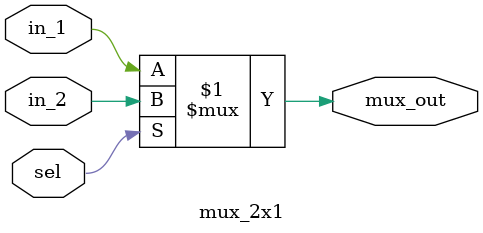
<source format=v>
`timescale 1ns / 1ps


module mux_2x1(
 input in_1,
 input in_2,
 input sel,
 output mux_out
    );
    
    assign mux_out = sel ? in_2: in_1;
endmodule

</source>
